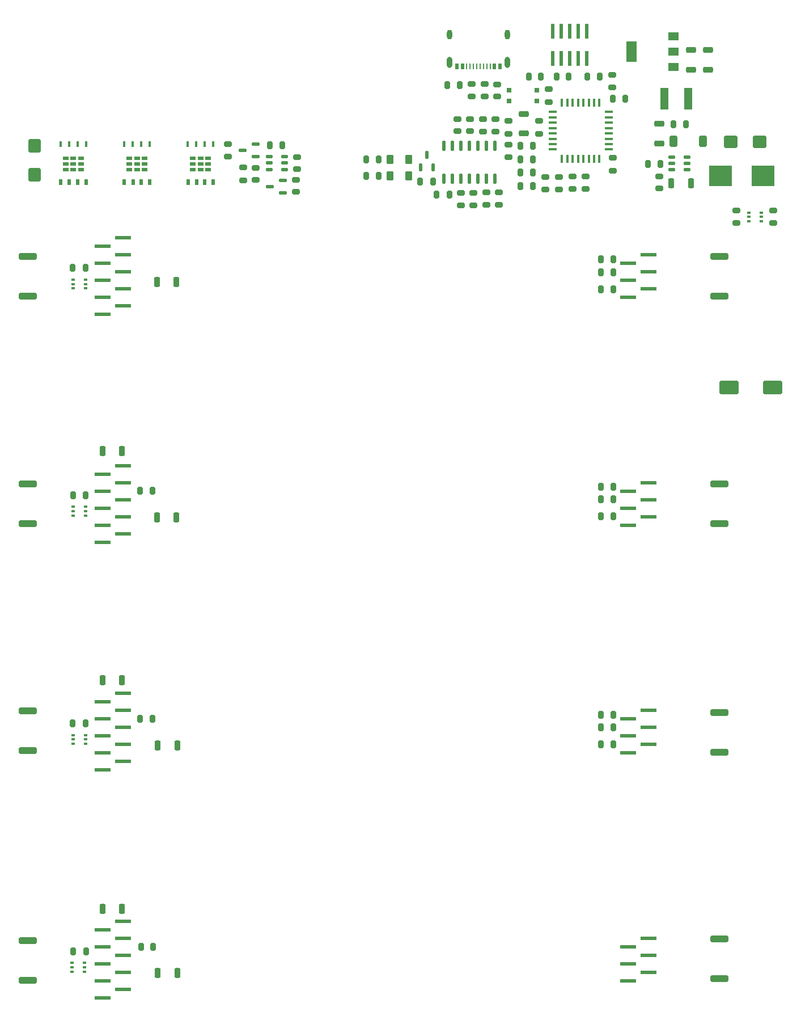
<source format=gtp>
G04 #@! TF.GenerationSoftware,KiCad,Pcbnew,8.0.1-8.0.1-1~ubuntu22.04.1*
G04 #@! TF.CreationDate,2024-04-04T11:17:19+02:00*
G04 #@! TF.ProjectId,flex4axe,666c6578-3461-4786-952e-6b696361645f,302*
G04 #@! TF.SameCoordinates,Original*
G04 #@! TF.FileFunction,Paste,Top*
G04 #@! TF.FilePolarity,Positive*
%FSLAX46Y46*%
G04 Gerber Fmt 4.6, Leading zero omitted, Abs format (unit mm)*
G04 Created by KiCad (PCBNEW 8.0.1-8.0.1-1~ubuntu22.04.1) date 2024-04-04 11:17:19*
%MOMM*%
%LPD*%
G01*
G04 APERTURE LIST*
G04 Aperture macros list*
%AMRoundRect*
0 Rectangle with rounded corners*
0 $1 Rounding radius*
0 $2 $3 $4 $5 $6 $7 $8 $9 X,Y pos of 4 corners*
0 Add a 4 corners polygon primitive as box body*
4,1,4,$2,$3,$4,$5,$6,$7,$8,$9,$2,$3,0*
0 Add four circle primitives for the rounded corners*
1,1,$1+$1,$2,$3*
1,1,$1+$1,$4,$5*
1,1,$1+$1,$6,$7*
1,1,$1+$1,$8,$9*
0 Add four rect primitives between the rounded corners*
20,1,$1+$1,$2,$3,$4,$5,0*
20,1,$1+$1,$4,$5,$6,$7,0*
20,1,$1+$1,$6,$7,$8,$9,0*
20,1,$1+$1,$8,$9,$2,$3,0*%
G04 Aperture macros list end*
%ADD10RoundRect,0.200000X0.200000X0.380000X-0.200000X0.380000X-0.200000X-0.380000X0.200000X-0.380000X0*%
%ADD11RoundRect,0.200000X-0.210000X-0.360000X0.210000X-0.360000X0.210000X0.360000X-0.210000X0.360000X0*%
%ADD12RoundRect,0.200000X0.360000X-0.210000X0.360000X0.210000X-0.360000X0.210000X-0.360000X-0.210000X0*%
%ADD13R,1.200000X3.200000*%
%ADD14RoundRect,0.200000X0.260000X0.520000X-0.260000X0.520000X-0.260000X-0.520000X0.260000X-0.520000X0*%
%ADD15RoundRect,0.200000X0.210000X0.360000X-0.210000X0.360000X-0.210000X-0.360000X0.210000X-0.360000X0*%
%ADD16R,2.400000X0.520000*%
%ADD17RoundRect,0.200000X0.380000X-0.200000X0.380000X0.200000X-0.380000X0.200000X-0.380000X-0.200000X0*%
%ADD18RoundRect,0.120000X0.120000X-0.470000X0.120000X0.470000X-0.120000X0.470000X-0.120000X-0.470000X0*%
%ADD19RoundRect,0.200000X-0.520000X0.260000X-0.520000X-0.260000X0.520000X-0.260000X0.520000X0.260000X0*%
%ADD20RoundRect,0.200000X0.360000X0.640000X-0.360000X0.640000X-0.360000X-0.640000X0.360000X-0.640000X0*%
%ADD21RoundRect,0.200000X-0.800000X-0.720000X0.800000X-0.720000X0.800000X0.720000X-0.800000X0.720000X0*%
%ADD22RoundRect,0.200000X0.300000X0.500000X-0.300000X0.500000X-0.300000X-0.500000X0.300000X-0.500000X0*%
%ADD23RoundRect,0.200000X-1.140000X0.290000X-1.140000X-0.290000X1.140000X-0.290000X1.140000X0.290000X0*%
%ADD24RoundRect,0.200000X-0.380000X0.200000X-0.380000X-0.200000X0.380000X-0.200000X0.380000X0.200000X0*%
%ADD25RoundRect,0.200000X-0.260000X-0.520000X0.260000X-0.520000X0.260000X0.520000X-0.260000X0.520000X0*%
%ADD26RoundRect,0.200000X-0.360000X0.210000X-0.360000X-0.210000X0.360000X-0.210000X0.360000X0.210000X0*%
%ADD27RoundRect,0.200000X-0.200000X-0.380000X0.200000X-0.380000X0.200000X0.380000X-0.200000X0.380000X0*%
%ADD28R,0.520000X2.208000*%
%ADD29RoundRect,0.120000X0.470000X0.120000X-0.470000X0.120000X-0.470000X-0.120000X0.470000X-0.120000X0*%
%ADD30R,3.396000X3.048000*%
%ADD31RoundRect,0.120000X0.410000X0.120000X-0.410000X0.120000X-0.410000X-0.120000X0.410000X-0.120000X0*%
%ADD32RoundRect,0.120000X-0.410000X-0.120000X0.410000X-0.120000X0.410000X0.120000X-0.410000X0.120000X0*%
%ADD33R,0.520000X0.320000*%
%ADD34R,0.900000X0.600000*%
%ADD35R,0.600000X0.900000*%
%ADD36R,0.460000X0.820000*%
%ADD37RoundRect,0.200000X0.520000X-0.260000X0.520000X0.260000X-0.520000X0.260000X-0.520000X-0.260000X0*%
%ADD38R,1.600000X1.200000*%
%ADD39R,1.600000X3.040000*%
%ADD40R,0.480000X0.920000*%
%ADD41R,0.240000X0.920000*%
%ADD42O,0.800000X1.680000*%
%ADD43O,0.800000X1.440000*%
%ADD44RoundRect,0.200000X1.200000X0.800000X-1.200000X0.800000X-1.200000X-0.800000X1.200000X-0.800000X0*%
%ADD45RoundRect,0.120000X0.120000X-0.660000X0.120000X0.660000X-0.120000X0.660000X-0.120000X-0.660000X0*%
%ADD46RoundRect,0.200000X-0.720000X0.800000X-0.720000X-0.800000X0.720000X-0.800000X0.720000X0.800000X0*%
%ADD47R,0.720000X0.800000*%
%ADD48RoundRect,0.100000X-0.500000X-0.100000X0.500000X-0.100000X0.500000X0.100000X-0.500000X0.100000X0*%
%ADD49RoundRect,0.100000X-0.100000X-0.500000X0.100000X-0.500000X0.100000X0.500000X-0.100000X0.500000X0*%
G04 APERTURE END LIST*
D10*
X64475400Y-102692200D03*
X62575400Y-102692200D03*
D11*
X118489500Y-41497000D03*
X120314500Y-41497000D03*
D12*
X95885000Y-57427500D03*
X95885000Y-55602500D03*
D13*
X154492000Y-43515000D03*
X150892000Y-43515000D03*
D14*
X154891000Y-56134000D03*
X151941000Y-56134000D03*
D15*
X143279500Y-135443000D03*
X141454500Y-135443000D03*
D16*
X70042000Y-166285000D03*
X67042000Y-167555000D03*
X70042000Y-168825000D03*
X67042000Y-170095000D03*
X70042000Y-171365000D03*
X67042000Y-172635000D03*
X70042000Y-173905000D03*
X67042000Y-175175000D03*
X70042000Y-176445000D03*
X67042000Y-177715000D03*
X148542000Y-168825000D03*
X145542000Y-170095000D03*
X148542000Y-171365000D03*
X145542000Y-172635000D03*
X148542000Y-173905000D03*
X145542000Y-175175000D03*
D17*
X132175000Y-48750000D03*
X132175000Y-46850000D03*
D12*
X124333000Y-59332500D03*
X124333000Y-57507500D03*
X120015000Y-48387000D03*
X120015000Y-46562000D03*
D18*
X114493000Y-53769500D03*
X116393000Y-53769500D03*
X115443000Y-51894500D03*
D15*
X131250000Y-56550000D03*
X129425000Y-56550000D03*
D16*
X70042000Y-98285000D03*
X67042000Y-99555000D03*
X70042000Y-100825000D03*
X67042000Y-102095000D03*
X70042000Y-103365000D03*
X67042000Y-104635000D03*
X70042000Y-105905000D03*
X67042000Y-107175000D03*
X70042000Y-108445000D03*
X67042000Y-109715000D03*
X148542000Y-100825000D03*
X145542000Y-102095000D03*
X148542000Y-103365000D03*
X145542000Y-104635000D03*
X148542000Y-105905000D03*
X145542000Y-107175000D03*
D19*
X154902000Y-36272000D03*
X154902000Y-39222000D03*
D20*
X156670000Y-49865000D03*
X152270000Y-49865000D03*
D21*
X160850000Y-50000000D03*
X165150000Y-50000000D03*
D22*
X112715000Y-52578000D03*
X109915000Y-52578000D03*
D10*
X93858499Y-50444400D03*
X91958499Y-50444400D03*
D23*
X55880000Y-100984500D03*
X55880000Y-106909500D03*
D11*
X130659500Y-40259000D03*
X132484500Y-40259000D03*
D24*
X135175000Y-55187500D03*
X135175000Y-57087500D03*
D23*
X55880000Y-134893500D03*
X55880000Y-140818500D03*
D25*
X75106000Y-106045000D03*
X78056000Y-106045000D03*
D15*
X74445500Y-102042000D03*
X72620500Y-102042000D03*
D26*
X143129000Y-39981500D03*
X143129000Y-41806500D03*
D11*
X106402500Y-55078000D03*
X108227500Y-55078000D03*
D26*
X150152000Y-55084500D03*
X150152000Y-56909500D03*
D19*
X157402000Y-36272000D03*
X157402000Y-39222000D03*
D11*
X148489500Y-53247000D03*
X150314500Y-53247000D03*
D27*
X114438000Y-55850500D03*
X116338000Y-55850500D03*
D24*
X143175000Y-52350000D03*
X143175000Y-54250000D03*
D23*
X55880000Y-67075500D03*
X55880000Y-73000500D03*
D15*
X143279500Y-103312000D03*
X141454500Y-103312000D03*
X74572500Y-170114000D03*
X72747500Y-170114000D03*
D28*
X139290000Y-33480000D03*
X139290000Y-37520000D03*
X138020000Y-33480000D03*
X138020000Y-37520000D03*
X136750000Y-33480000D03*
X136750000Y-37520000D03*
X135480000Y-33480000D03*
X135480000Y-37520000D03*
X134210000Y-33480000D03*
X134210000Y-37520000D03*
D11*
X139422500Y-40259000D03*
X141247500Y-40259000D03*
D17*
X133675000Y-44000000D03*
X133675000Y-42100000D03*
D29*
X89837500Y-52200000D03*
X89837500Y-50300000D03*
X87962500Y-51250000D03*
D30*
X159312500Y-55000000D03*
X165687500Y-55000000D03*
D24*
X139175000Y-55100000D03*
X139175000Y-57000000D03*
D26*
X96083499Y-52225900D03*
X96083499Y-54050900D03*
X127675000Y-50387500D03*
X127675000Y-52212500D03*
D31*
X94167499Y-54080400D03*
X94167499Y-53130400D03*
X94167499Y-52180400D03*
X91892499Y-52180400D03*
X91892499Y-53130400D03*
X91892499Y-54080400D03*
D27*
X152250000Y-47325000D03*
X154150000Y-47325000D03*
D26*
X122428000Y-57611000D03*
X122428000Y-59436000D03*
D12*
X122152000Y-43159500D03*
X122152000Y-41334500D03*
D14*
X69928000Y-130302000D03*
X66978000Y-130302000D03*
D32*
X152062500Y-52217000D03*
X152062500Y-53167000D03*
X152062500Y-54117000D03*
X154337500Y-54117000D03*
X154337500Y-53167000D03*
X154337500Y-52217000D03*
D23*
X55880000Y-169183500D03*
X55880000Y-175108500D03*
D33*
X62611000Y-104440000D03*
X62611000Y-105090000D03*
X62611000Y-105740000D03*
X64511000Y-105740000D03*
X64511000Y-105090000D03*
X64511000Y-104440000D03*
D16*
X70042000Y-132285000D03*
X67042000Y-133555000D03*
X70042000Y-134825000D03*
X67042000Y-136095000D03*
X70042000Y-137365000D03*
X67042000Y-138635000D03*
X70042000Y-139905000D03*
X67042000Y-141175000D03*
X70042000Y-142445000D03*
X67042000Y-143715000D03*
X148542000Y-134825000D03*
X145542000Y-136095000D03*
X148542000Y-137365000D03*
X145542000Y-138635000D03*
X148542000Y-139905000D03*
X145542000Y-141175000D03*
D26*
X121920000Y-46562000D03*
X121920000Y-48387000D03*
D33*
X62573500Y-70531000D03*
X62573500Y-71181000D03*
X62573500Y-71831000D03*
X64473500Y-71831000D03*
X64473500Y-71181000D03*
X64473500Y-70531000D03*
D26*
X89916000Y-53824500D03*
X89916000Y-55649500D03*
D10*
X118806000Y-57835800D03*
X116906000Y-57835800D03*
D14*
X69928000Y-96139000D03*
X66978000Y-96139000D03*
D12*
X123825000Y-48410500D03*
X123825000Y-46585500D03*
D24*
X167200000Y-60200000D03*
X167200000Y-62100000D03*
D23*
X159131000Y-168929500D03*
X159131000Y-174854500D03*
D34*
X82802000Y-52447000D03*
X81652000Y-52447000D03*
X80502000Y-52447000D03*
X82802000Y-53297000D03*
X81652000Y-53297000D03*
X80502000Y-53297000D03*
X82802000Y-54147000D03*
X81652000Y-54147000D03*
X80502000Y-54147000D03*
D35*
X83532000Y-55997000D03*
X82252000Y-55997000D03*
X81052000Y-55997000D03*
X79772000Y-55997000D03*
D36*
X83562000Y-50277000D03*
X82292000Y-50277000D03*
X81012000Y-50277000D03*
X79742000Y-50277000D03*
D15*
X143279500Y-101407000D03*
X141454500Y-101407000D03*
D10*
X131287500Y-54550000D03*
X129387500Y-54550000D03*
D37*
X129921000Y-48719000D03*
X129921000Y-45769000D03*
D17*
X127675000Y-48750000D03*
X127675000Y-46850000D03*
D15*
X143279500Y-105852000D03*
X141454500Y-105852000D03*
D22*
X112715000Y-55078000D03*
X109915000Y-55078000D03*
D15*
X143279500Y-69403000D03*
X141454500Y-69403000D03*
D38*
X152302000Y-38797000D03*
X152302000Y-36497000D03*
D39*
X146002000Y-36497000D03*
D38*
X152302000Y-34197000D03*
D40*
X126352000Y-38677000D03*
X125552000Y-38677000D03*
D41*
X124402000Y-38677000D03*
X123402000Y-38677000D03*
X122902000Y-38677000D03*
X121902000Y-38677000D03*
D40*
X120752000Y-38677000D03*
X119952000Y-38677000D03*
X119952000Y-38677000D03*
X120752000Y-38677000D03*
D41*
X121402000Y-38677000D03*
X122402000Y-38677000D03*
X123902000Y-38677000D03*
X124902000Y-38677000D03*
D40*
X125552000Y-38677000D03*
X126352000Y-38677000D03*
D42*
X127472000Y-38102000D03*
D43*
X127472000Y-33922000D03*
D42*
X118832000Y-38102000D03*
D43*
X118832000Y-33922000D03*
D12*
X125984000Y-43203500D03*
X125984000Y-41378500D03*
D24*
X87985600Y-53787000D03*
X87985600Y-55687000D03*
D23*
X159131000Y-135147500D03*
X159131000Y-141072500D03*
D29*
X93901500Y-57592000D03*
X93901500Y-55692000D03*
X92026500Y-56642000D03*
D25*
X75106000Y-70866000D03*
X78056000Y-70866000D03*
D12*
X124079000Y-43159500D03*
X124079000Y-41334500D03*
D15*
X145057500Y-43561000D03*
X143232500Y-43561000D03*
D11*
X106402500Y-52578000D03*
X108227500Y-52578000D03*
D44*
X167080000Y-86614000D03*
X160580000Y-86614000D03*
D10*
X64450000Y-68757800D03*
X62550000Y-68757800D03*
X64445000Y-136753600D03*
X62545000Y-136753600D03*
D25*
X75233000Y-173990000D03*
X78183000Y-173990000D03*
D10*
X131287500Y-50550000D03*
X129387500Y-50550000D03*
D45*
X117960000Y-55500000D03*
X119230000Y-55500000D03*
X120500000Y-55500000D03*
X121770000Y-55500000D03*
X123040000Y-55500000D03*
X124310000Y-55500000D03*
X125580000Y-55500000D03*
X125580000Y-50550000D03*
X124310000Y-50550000D03*
X123040000Y-50550000D03*
X121770000Y-50550000D03*
X120500000Y-50550000D03*
X119230000Y-50550000D03*
X117960000Y-50550000D03*
D15*
X143279500Y-67498000D03*
X141454500Y-67498000D03*
D33*
X62423000Y-172497000D03*
X62423000Y-173147000D03*
X62423000Y-173797000D03*
X64323000Y-173797000D03*
X64323000Y-173147000D03*
X64323000Y-172497000D03*
D15*
X143279500Y-71943000D03*
X141454500Y-71943000D03*
X143279500Y-139888000D03*
X141454500Y-139888000D03*
D19*
X150152000Y-47247000D03*
X150152000Y-50197000D03*
D10*
X64551600Y-170738800D03*
X62651600Y-170738800D03*
D11*
X134827000Y-40247000D03*
X136652000Y-40247000D03*
D24*
X161700000Y-60200000D03*
X161700000Y-62100000D03*
D26*
X137175000Y-55137500D03*
X137175000Y-56962500D03*
D34*
X73302000Y-52447000D03*
X72152000Y-52447000D03*
X71002000Y-52447000D03*
X73302000Y-53297000D03*
X72152000Y-53297000D03*
X71002000Y-53297000D03*
X73302000Y-54147000D03*
X72152000Y-54147000D03*
X71002000Y-54147000D03*
D35*
X74032000Y-55997000D03*
X72752000Y-55997000D03*
X71552000Y-55997000D03*
X70272000Y-55997000D03*
D36*
X74062000Y-50277000D03*
X72792000Y-50277000D03*
X71512000Y-50277000D03*
X70242000Y-50277000D03*
D15*
X143279500Y-137348000D03*
X141454500Y-137348000D03*
D46*
X56896000Y-50564000D03*
X56896000Y-54864000D03*
D47*
X127744000Y-42253000D03*
X131844000Y-42253000D03*
X127744000Y-43853000D03*
X131844000Y-43853000D03*
D26*
X133175000Y-55225000D03*
X133175000Y-57050000D03*
D14*
X69928000Y-164465000D03*
X66978000Y-164465000D03*
D15*
X131250000Y-52550000D03*
X129425000Y-52550000D03*
X74445500Y-136078000D03*
X72620500Y-136078000D03*
D23*
X159131000Y-100984500D03*
X159131000Y-106909500D03*
D25*
X75233000Y-140081000D03*
X78183000Y-140081000D03*
D12*
X85725000Y-52162500D03*
X85725000Y-50337500D03*
D23*
X159131000Y-67075500D03*
X159131000Y-73000500D03*
D33*
X163500000Y-60500000D03*
X163500000Y-61150000D03*
X163500000Y-61800000D03*
X165400000Y-61800000D03*
X165400000Y-61150000D03*
X165400000Y-60500000D03*
X62611000Y-138491000D03*
X62611000Y-139141000D03*
X62611000Y-139791000D03*
X64511000Y-139791000D03*
X64511000Y-139141000D03*
X64511000Y-138491000D03*
D26*
X125730000Y-46609000D03*
X125730000Y-48434000D03*
D48*
X134250000Y-45500000D03*
X134250000Y-46300000D03*
X134250000Y-47100000D03*
X134250000Y-47900000D03*
X134250000Y-48700000D03*
X134250000Y-49500000D03*
X134250000Y-50300000D03*
X134250000Y-51100000D03*
D49*
X135625000Y-52475000D03*
X136425000Y-52475000D03*
X137225000Y-52475000D03*
X138025000Y-52475000D03*
X138825000Y-52475000D03*
X139625000Y-52475000D03*
X140425000Y-52475000D03*
X141225000Y-52475000D03*
D48*
X142600000Y-51100000D03*
X142600000Y-50300000D03*
X142600000Y-49500000D03*
X142600000Y-48700000D03*
X142600000Y-47900000D03*
X142600000Y-47100000D03*
X142600000Y-46300000D03*
X142600000Y-45500000D03*
D49*
X141225000Y-44125000D03*
X140425000Y-44125000D03*
X139625000Y-44125000D03*
X138825000Y-44125000D03*
X138025000Y-44125000D03*
X137225000Y-44125000D03*
X136425000Y-44125000D03*
X135625000Y-44125000D03*
D16*
X70042000Y-64285000D03*
X67042000Y-65555000D03*
X70042000Y-66825000D03*
X67042000Y-68095000D03*
X70042000Y-69365000D03*
X67042000Y-70635000D03*
X70042000Y-71905000D03*
X67042000Y-73175000D03*
X70042000Y-74445000D03*
X67042000Y-75715000D03*
X148542000Y-66825000D03*
X145542000Y-68095000D03*
X148542000Y-69365000D03*
X145542000Y-70635000D03*
X148542000Y-71905000D03*
X145542000Y-73175000D03*
D12*
X120523000Y-59436000D03*
X120523000Y-57611000D03*
D34*
X63802000Y-52447000D03*
X62652000Y-52447000D03*
X61502000Y-52447000D03*
X63802000Y-53297000D03*
X62652000Y-53297000D03*
X61502000Y-53297000D03*
X63802000Y-54147000D03*
X62652000Y-54147000D03*
X61502000Y-54147000D03*
D35*
X64532000Y-55997000D03*
X63252000Y-55997000D03*
X62052000Y-55997000D03*
X60772000Y-55997000D03*
D36*
X64562000Y-50277000D03*
X63292000Y-50277000D03*
X62012000Y-50277000D03*
X60742000Y-50277000D03*
D26*
X126238000Y-57507500D03*
X126238000Y-59332500D03*
M02*

</source>
